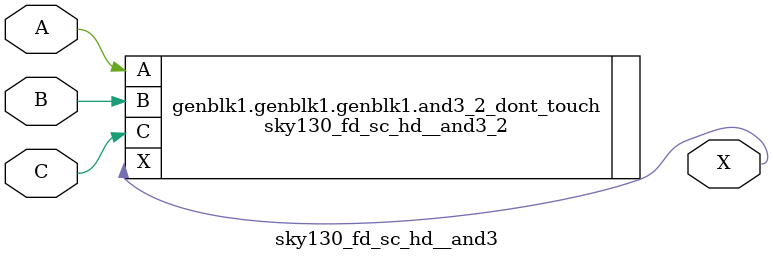
<source format=v>
`default_nettype none

module sky130_fd_sc_hd__and3 #(
    parameter integer DRIVE_LEVEL = 2,
    parameter integer DONT_TOUCH = 1
) (
    X,
    A,
    B,
    C
);

    // Module ports
    output X;
    input  A;
    input  B;
    input  C;

    generate
        if (DONT_TOUCH == 0) begin
        if (DRIVE_LEVEL == 1) begin
            (* keep , syn_keep *) sky130_fd_sc_hd__and3_1 and3_1 (
`ifdef USE_POWER_PINS
                .VPWR    (1'b1),
                .VGND    (1'b0),
                .VPB     (1'b1),
                .VNB     (1'b0),
`endif
                .X       (X),
                .A       (A),
                .B       (B),
                .C       (C)
            );
        end else if (DRIVE_LEVEL == 2) begin
            (* keep , syn_keep *) sky130_fd_sc_hd__and3_2 and3_2 (
`ifdef USE_POWER_PINS
                .VPWR    (1'b1),
                .VGND    (1'b0),
                .VPB     (1'b1),
                .VNB     (1'b0),
`endif
                .X       (X),
                .A       (A),
                .B       (B),
                .C       (C)
            );
        end else if (DRIVE_LEVEL == 4) begin
            (* keep , syn_keep *) sky130_fd_sc_hd__and3_4 and3_4 (
`ifdef USE_POWER_PINS
                .VPWR    (1'b1),
                .VGND    (1'b0),
                .VPB     (1'b1),
                .VNB     (1'b0),
`endif
                .X       (X),
                .A       (A),
                .B       (B),
                .C       (C)
            );
        end else begin
            // Check sky130 cell library for your requirement and add case
            $error("DRIVE_LEVEL=%d is not implemented for sky130_fd_sc_hd__and3", DRIVE_LEVEL);
        end

        end else begin
        if (DRIVE_LEVEL == 1) begin
            // dont_touch: to force drive level
            (* keep , syn_keep , dont_touch *) sky130_fd_sc_hd__and3_1 and3_1_dont_touch (
`ifdef USE_POWER_PINS
                .VPWR    (1'b1),
                .VGND    (1'b0),
                .VPB     (1'b1),
                .VNB     (1'b0),
`endif
                .X       (X),
                .A       (A),
                .B       (B),
                .C       (C)
            );
        end else if (DRIVE_LEVEL == 2) begin
            (* keep , syn_keep , dont_touch *) sky130_fd_sc_hd__and3_2 and3_2_dont_touch (
`ifdef USE_POWER_PINS
                .VPWR    (1'b1),
                .VGND    (1'b0),
                .VPB     (1'b1),
                .VNB     (1'b0),
`endif
                .X       (X),
                .A       (A),
                .B       (B),
                .C       (C)
            );
        end else if (DRIVE_LEVEL == 4) begin
            (* keep , syn_keep , dont_touch *) sky130_fd_sc_hd__and3_4 and3_4_dont_touch (
`ifdef USE_POWER_PINS
                .VPWR    (1'b1),
                .VGND    (1'b0),
                .VPB     (1'b1),
                .VNB     (1'b0),
`endif
                .X       (X),
                .A       (A),
                .B       (B),
                .C       (C)
            );
        end else begin
            // Check sky130 cell library for your requirement and add case
            $error("DRIVE_LEVEL=%d is not implemented for sky130_fd_sc_hd__and3", DRIVE_LEVEL);
        end
        end
    endgenerate

endmodule

</source>
